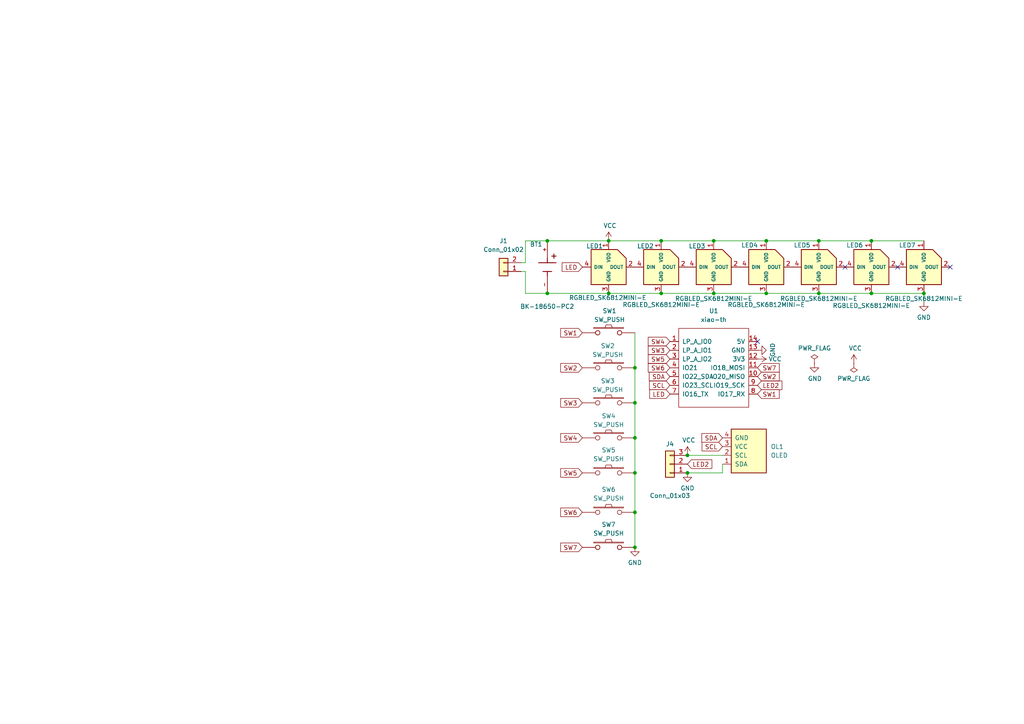
<source format=kicad_sch>
(kicad_sch (version 20231120) (generator "eeschema") (generator_version "8.0")
  (paper "A4")
  (lib_symbols
    (symbol "00:OLED" (pin_names (offset 1.016))
      (property "Reference" "OL1" (at 6.35 1.2701 0))
      (property "Value" "OLED" (at 6.35 -1.2699 0))
      (symbol "OLED_0_1"
        (rectangle (start -5.08 6.35) (end 5.08 -6.35) (stroke (width 0.254)) (fill (type background)))
      )
      (symbol "OLED_1_1"
        (pin bidirectional line (at -7.62 -3.81 0) (length 2.54) (name "SDA") (number "1"))
        (pin bidirectional line (at -7.62 -1.27 0) (length 2.54) (name "SCL") (number "2"))
        (pin power_in line (at -7.62 1.27 0) (length 2.54) (name "VCC") (number "3"))
        (pin power_in line (at -7.62 3.81 0) (length 2.54) (name "GND") (number "4"))
      )
    )
    (symbol "00:RGBLED_SK6812MINI-E" (pin_names (offset 0.762))
      (property "Reference" "LED" (at 3.81 -6.35 0))
      (property "Value" "RGBLED_SK6812MINI-E" (at 3.81 -8.89 0))
      (symbol "RGBLED_SK6812MINI-E_0_1"
        (polyline (pts (xy -5.08 5.08) (xy 2.54 5.08) (xy 5.08 2.54) (xy 5.08 -5.08) (xy -5.08 -5.08) (xy -5.08 5.08)) (stroke (width 0.254)) (fill (type background)))
      )
      (symbol "RGBLED_SK6812MINI-E_1_1"
        (pin power_in line (at 0 7.62 270) (length 2.54) (name "VDD") (number "1"))
        (pin output line (at 7.62 0 180) (length 2.54) (name "DOUT") (number "2"))
        (pin power_in line (at 0 -7.62 90) (length 2.54) (name "GND") (number "3"))
        (pin input line (at -7.62 0 0) (length 2.54) (name "DIN") (number "4"))
      )
    )
    (symbol "00:SW_PUSH" (pin_numbers hide) (pin_names (offset 1.016) hide)
      (property "Reference" "SW" (at 3.81 2.794 0))
      (property "Value" "SW_PUSH" (at 0 -2.032 0))
      (symbol "SW_PUSH_0_1"
        (rectangle (start -4.318 1.27) (end 4.318 1.524))
        (polyline (pts (xy -1.016 1.524) (xy -0.762 2.286) (xy 0.762 2.286) (xy 1.016 1.524)))
        (pin passive inverted (at -7.62 0 0) (length 5.08) (name "1") (number "1"))
        (pin passive inverted (at 7.62 0 180) (length 5.08) (name "2") (number "2"))
      )
    )
    (symbol "00:xiao_th" (pin_names (offset 1.016))
      (property "Reference" "U1" (at 0 16.51 0))
      (property "Value" "xiao-th" (at 0 13.97 0))
      (symbol "xiao_th_0_1"
        (rectangle (start -10.16 11.43) (end 10.16 -11.43))
      )
      (symbol "xiao_th_1_1"
        (pin bidirectional line (at -12.7 7.62 0) (length 2.54) (name "LP_A_IO0") (number "1"))
        (pin bidirectional line (at 12.7 -2.54 180) (length 2.54) (name "IO20_MISO") (number "10"))
        (pin bidirectional line (at 12.7 0 180) (length 2.54) (name "IO18_MOSI") (number "11"))
        (pin power_out line (at 12.7 2.54 180) (length 2.54) (name "3V3") (number "12"))
        (pin power_out line (at 12.7 5.08 180) (length 2.54) (name "GND") (number "13"))
        (pin power_out line (at 12.7 7.62 180) (length 2.54) (name "5V") (number "14"))
        (pin bidirectional line (at -12.7 5.08 0) (length 2.54) (name "LP_A_IO1") (number "2"))
        (pin bidirectional line (at -12.7 2.54 0) (length 2.54) (name "LP_A_IO2") (number "3"))
        (pin bidirectional line (at -12.7 0 0) (length 2.54) (name "IO21") (number "4"))
        (pin bidirectional line (at -12.7 -2.54 0) (length 2.54) (name "IO22_SDA") (number "5"))
        (pin bidirectional line (at -12.7 -5.08 0) (length 2.54) (name "IO23_SCL") (number "6"))
        (pin bidirectional line (at -12.7 -7.62 0) (length 2.54) (name "IO16_TX") (number "7"))
        (pin bidirectional line (at 12.7 -7.62 180) (length 2.54) (name "IO17_RX") (number "8"))
        (pin bidirectional line (at 12.7 -5.08 180) (length 2.54) (name "IO19_SCK") (number "9"))
      )
    )
    (symbol "02:BK-18650-PC2" (pin_names (offset 1.016))
      (property "Reference" "BT" (at -3.81 3.81 0))
      (property "Value" "BK-18650-PC2" (at -3.81 -5.08 0))
      (symbol "BK-18650-PC2_0_0"
        (polyline (pts (xy -3.81 1.905) (xy -2.54 1.905)) (stroke (width 0.254)))
        (polyline (pts (xy -3.175 2.54) (xy -3.175 1.27)) (stroke (width 0.254)))
        (polyline (pts (xy -1.27 0) (xy -2.54 0)) (stroke (width 0.254)))
        (polyline (pts (xy -1.27 0) (xy -1.27 -2.54)) (stroke (width 0.254)))
        (polyline (pts (xy -1.27 2.54) (xy -1.27 0)) (stroke (width 0.254)))
        (polyline (pts (xy 1.27 0) (xy 1.27 -1.27)) (stroke (width 0.254)))
        (polyline (pts (xy 1.27 0) (xy 2.54 0)) (stroke (width 0.254)))
        (polyline (pts (xy 1.27 1.27) (xy 1.27 0)) (stroke (width 0.254)))
        (pin passive line (at -7.62 0 0) (length 5.08) (name "~") (number "+"))
        (pin passive line (at 7.62 0 180) (length 5.08) (name "~") (number "-"))
      )
    )
    (symbol "Connector_Generic:Conn_01x02" (pin_names (offset 1.016) hide)
      (property "Reference" "J" (at 0 2.54 0))
      (property "Value" "Conn_01x02" (at 0 -5.08 0))
      (symbol "Conn_01x02_1_1"
        (rectangle (start -1.27 -2.413) (end 0 -2.667) (stroke (width 0.1524)))
        (rectangle (start -1.27 0.127) (end 0 -0.127) (stroke (width 0.1524)))
        (rectangle (start -1.27 1.27) (end 1.27 -3.81) (stroke (width 0.254)) (fill (type background)))
        (pin passive line (at -5.08 0 0) (length 3.81) (name "Pin_1") (number "1"))
        (pin passive line (at -5.08 -2.54 0) (length 3.81) (name "Pin_2") (number "2"))
      )
    )
    (symbol "Connector_Generic:Conn_01x03" (pin_names (offset 1.016) hide)
      (property "Reference" "J" (at 0 5.08 0))
      (property "Value" "Conn_01x03" (at 0 -5.08 0))
      (symbol "Conn_01x03_1_1"
        (rectangle (start -1.27 -2.413) (end 0 -2.667) (stroke (width 0.1524)))
        (rectangle (start -1.27 0.127) (end 0 -0.127) (stroke (width 0.1524)))
        (rectangle (start -1.27 2.667) (end 0 2.413) (stroke (width 0.1524)))
        (rectangle (start -1.27 3.81) (end 1.27 -3.81) (stroke (width 0.254)) (fill (type background)))
        (pin passive line (at -5.08 2.54 0) (length 3.81) (name "Pin_1") (number "1"))
        (pin passive line (at -5.08 0 0) (length 3.81) (name "Pin_2") (number "2"))
        (pin passive line (at -5.08 -2.54 0) (length 3.81) (name "Pin_3") (number "3"))
      )
    )
    (symbol "power:GND" (power) (pin_names (offset 0))
      (property "Value" "GND" (at 0 -3.81 0))
      (symbol "GND_0_1"
        (polyline (pts (xy 0 0) (xy 0 -1.27) (xy 1.27 -1.27) (xy 0 -2.54) (xy -1.27 -1.27) (xy 0 -1.27)))
      )
      (symbol "GND_1_1"
        (pin power_in line (at 0 0 270) (length 0) hide (name "GND") (number "1"))
      )
    )
    (symbol "power:PWR_FLAG" (power) (pin_numbers hide) (pin_names (offset 0) hide)
      (property "Value" "PWR_FLAG" (at 0 3.81 0))
      (symbol "PWR_FLAG_0_0"
        (pin power_out line (at 0 0 90) (length 0) (name "pwr") (number "1"))
      )
      (symbol "PWR_FLAG_0_1"
        (polyline (pts (xy 0 0) (xy 0 1.27) (xy -1.016 1.905) (xy 0 2.54) (xy 1.016 1.905) (xy 0 1.27)))
      )
    )
    (symbol "power:VCC" (power) (pin_names (offset 0))
      (property "Value" "VCC" (at 0 3.81 0))
      (symbol "VCC_0_1"
        (polyline (pts (xy -0.762 1.27) (xy 0 2.54)))
        (polyline (pts (xy 0 0) (xy 0 2.54)))
        (polyline (pts (xy 0 2.54) (xy 0.762 1.27)))
      )
      (symbol "VCC_1_1"
        (pin power_in line (at 0 0 90) (length 0) hide (name "VCC") (number "1"))
      )
    )
  )
  (junction (at 191.77 85.09))
  (junction (at 184.15 158.75))
  (junction (at 252.73 85.09))
  (junction (at 176.53 85.09))
  (junction (at 222.25 69.85))
  (junction (at 267.97 85.09))
  (junction (at 184.15 137.16))
  (junction (at 184.15 106.68))
  (junction (at 184.15 127))
  (junction (at 158.75 85.09))
  (junction (at 184.15 148.59))
  (junction (at 191.77 69.85))
  (junction (at 199.39 137.16))
  (junction (at 237.49 85.09))
  (junction (at 158.75 69.85))
  (junction (at 252.73 69.85))
  (junction (at 207.01 85.09))
  (junction (at 176.53 69.85))
  (junction (at 237.49 69.85))
  (junction (at 222.25 85.09))
  (junction (at 199.39 132.08))
  (junction (at 207.01 69.85))
  (junction (at 184.15 116.84))
  (no_connect (at 245.11 77.47))
  (no_connect (at 275.59 77.47))
  (no_connect (at 260.35 77.47))
  (no_connect (at 219.71 99.06))
  (wire (pts (xy 209.55 137.16) (xy 199.39 137.16)))
  (wire (pts (xy 184.15 127) (xy 184.15 137.16)))
  (wire (pts (xy 151.13 76.2) (xy 152.4 76.2)))
  (wire (pts (xy 199.39 132.08) (xy 209.55 132.08)))
  (wire (pts (xy 176.53 69.85) (xy 191.77 69.85)))
  (wire (pts (xy 184.15 116.84) (xy 184.15 127)))
  (wire (pts (xy 176.53 85.09) (xy 191.77 85.09)))
  (wire (pts (xy 184.15 137.16) (xy 184.15 148.59)))
  (wire (pts (xy 158.75 85.09) (xy 176.53 85.09)))
  (wire (pts (xy 158.75 69.85) (xy 176.53 69.85)))
  (wire (pts (xy 152.4 78.74) (xy 152.4 85.09)))
  (wire (pts (xy 152.4 69.85) (xy 158.75 69.85)))
  (wire (pts (xy 222.25 69.85) (xy 237.49 69.85)))
  (wire (pts (xy 152.4 76.2) (xy 152.4 69.85)))
  (wire (pts (xy 184.15 148.59) (xy 184.15 158.75)))
  (wire (pts (xy 237.49 85.09) (xy 252.73 85.09)))
  (wire (pts (xy 237.49 69.85) (xy 252.73 69.85)))
  (wire (pts (xy 252.73 69.85) (xy 267.97 69.85)))
  (wire (pts (xy 191.77 85.09) (xy 207.01 85.09)))
  (wire (pts (xy 191.77 69.85) (xy 207.01 69.85)))
  (wire (pts (xy 209.55 134.62) (xy 209.55 137.16)))
  (wire (pts (xy 152.4 85.09) (xy 158.75 85.09)))
  (wire (pts (xy 207.01 85.09) (xy 222.25 85.09)))
  (wire (pts (xy 151.13 78.74) (xy 152.4 78.74)))
  (wire (pts (xy 267.97 85.09) (xy 267.97 87.63)))
  (wire (pts (xy 207.01 69.85) (xy 222.25 69.85)))
  (wire (pts (xy 184.15 96.52) (xy 184.15 106.68)))
  (wire (pts (xy 184.15 106.68) (xy 184.15 116.84)))
  (wire (pts (xy 222.25 85.09) (xy 237.49 85.09)))
  (wire (pts (xy 252.73 85.09) (xy 267.97 85.09)))
  (global_label "SW6" (shape input) (at 168.91 148.59 180) (property "Intersheetrefs" "${INTERSHEET_REFS}" (effects (hide yes))))
  (global_label "SW4" (shape input) (at 168.91 127 180) (property "Intersheetrefs" "${INTERSHEET_REFS}" (effects (hide yes))))
  (global_label "SW4" (shape input) (at 194.31 99.06 180) (property "Intersheetrefs" "${INTERSHEET_REFS}" (effects (hide yes))))
  (global_label "SW3" (shape input) (at 168.91 116.84 180) (property "Intersheetrefs" "${INTERSHEET_REFS}" (effects (hide yes))))
  (global_label "SW2" (shape input) (at 168.91 106.68 180) (property "Intersheetrefs" "${INTERSHEET_REFS}" (effects (hide yes))))
  (global_label "SW2" (shape input) (at 219.71 109.22 0) (property "Intersheetrefs" "${INTERSHEET_REFS}" (effects (hide yes))))
  (global_label "LED2" (shape input) (at 219.71 111.76 0) (property "Intersheetrefs" "${INTERSHEET_REFS}" (effects (hide yes))))
  (global_label "SCL" (shape input) (at 194.31 111.76 180) (property "Intersheetrefs" "${INTERSHEET_REFS}" (effects (hide yes))))
  (global_label "SDA" (shape input) (at 209.55 127 180) (property "Intersheetrefs" "${INTERSHEET_REFS}" (effects (hide yes))))
  (global_label "SCL" (shape input) (at 209.55 129.54 180) (property "Intersheetrefs" "${INTERSHEET_REFS}" (effects (hide yes))))
  (global_label "SW1" (shape input) (at 219.71 114.3 0) (property "Intersheetrefs" "${INTERSHEET_REFS}" (effects (hide yes))))
  (global_label "SW5" (shape input) (at 168.91 137.16 180) (property "Intersheetrefs" "${INTERSHEET_REFS}" (effects (hide yes))))
  (global_label "SW1" (shape input) (at 168.91 96.52 180) (property "Intersheetrefs" "${INTERSHEET_REFS}" (effects (hide yes))))
  (global_label "SW3" (shape input) (at 194.31 101.6 180) (property "Intersheetrefs" "${INTERSHEET_REFS}" (effects (hide yes))))
  (global_label "SW7" (shape input) (at 219.71 106.68 0) (property "Intersheetrefs" "${INTERSHEET_REFS}" (effects (hide yes))))
  (global_label "SW5" (shape input) (at 194.31 104.14 180) (property "Intersheetrefs" "${INTERSHEET_REFS}" (effects (hide yes))))
  (global_label "SW6" (shape input) (at 194.31 106.68 180) (property "Intersheetrefs" "${INTERSHEET_REFS}" (effects (hide yes))))
  (global_label "LED" (shape input) (at 194.31 114.3 180) (property "Intersheetrefs" "${INTERSHEET_REFS}" (effects (hide yes))))
  (global_label "LED2" (shape input) (at 199.39 134.62 0) (property "Intersheetrefs" "${INTERSHEET_REFS}" (effects (hide yes))))
  (global_label "SW7" (shape input) (at 168.91 158.75 180) (property "Intersheetrefs" "${INTERSHEET_REFS}" (effects (hide yes))))
  (global_label "SDA" (shape input) (at 194.31 109.22 180) (property "Intersheetrefs" "${INTERSHEET_REFS}" (effects (hide yes))))
  (global_label "LED" (shape input) (at 168.91 77.47 180) (property "Intersheetrefs" "${INTERSHEET_REFS}" (effects (hide yes))))
  (symbol (lib_id "00:SW_PUSH") (at 176.53 106.68 0) (unit 1)
    (property "Reference" "SW2" (at 176.276 100.33 0))
    (property "Value" "SW_PUSH" (at 176.276 102.87 0))
    (property "Footprint" "05kbd_SW_PCBA.pretty:Choc_v2_Hotswap_1u_16_3D" (effects (hide yes)))
  )
  (symbol (lib_id "00:OLED") (at 217.17 130.81 0) (unit 1)
    (property "Reference" "OL1" (at 223.52 129.5399 0) (effects (justify left)))
    (property "Value" "OLED" (at 223.52 132.0799 0) (effects (justify left)))
    (property "Footprint" "07:MODULE_DM-OLED096-636" (effects (hide yes)))
  )
  (symbol (lib_id "00:RGBLED_SK6812MINI-E") (at 191.77 77.47 0) (unit 1)
    (property "Reference" "LED2" (at 187.198 71.374 0))
    (property "Value" "RGBLED_SK6812MINI-E" (at 191.77 88.392 0))
    (property "Footprint" "00Lib:SK6812MINI-E-backside3D" (effects (hide yes)))
  )
  (symbol (lib_id "00:SW_PUSH") (at 176.53 148.59 0) (unit 1)
    (property "Reference" "SW6" (at 176.53 141.986 0))
    (property "Value" "SW_PUSH" (at 176.53 144.526 0))
    (property "Footprint" "05kbd_SW_PCBA.pretty:Choc_v2_Hotswap_1u_16_3D" (effects (hide yes)))
  )
  (symbol (lib_id "power:VCC") (at 199.39 132.08 0) (unit 1)
    (property "Reference" "#PWR013" (effects (hide yes)))
    (property "Value" "VCC" (at 199.771 127.6858 0))
  )
  (symbol (lib_id "power:PWR_FLAG") (at 247.65 105.41 180) (unit 1)
    (property "Reference" "#FLG02" (effects (hide yes)))
    (property "Value" "PWR_FLAG" (at 247.65 109.8042 0))
  )
  (symbol (lib_id "power:GND") (at 199.39 137.16 0) (unit 1)
    (property "Reference" "#PWR012" (effects (hide yes)))
    (property "Value" "GND" (at 199.39 141.605 0))
  )
  (symbol (lib_id "00:RGBLED_SK6812MINI-E") (at 176.53 77.47 0) (unit 1)
    (property "Reference" "LED1" (at 172.466 71.374 0))
    (property "Value" "RGBLED_SK6812MINI-E" (at 176.276 86.36 0))
    (property "Footprint" "00Lib:SK6812MINI-E-backside3D" (effects (hide yes)))
  )
  (symbol (lib_id "power:GND") (at 219.71 101.6 90) (unit 1)
    (property "Reference" "#PWR02" (effects (hide yes)))
    (property "Value" "GND" (at 224.1042 101.473 0))
  )
  (symbol (lib_id "00:SW_PUSH") (at 176.53 96.52 0) (unit 1)
    (property "Reference" "SW1" (at 176.784 90.17 0))
    (property "Value" "SW_PUSH" (at 176.784 92.71 0))
    (property "Footprint" "05kbd_SW_PCBA.pretty:Choc_v2_Hotswap_1u_16_3D" (effects (hide yes)))
  )
  (symbol (lib_id "00:SW_PUSH") (at 176.53 137.16 0) (unit 1)
    (property "Reference" "SW5" (at 176.53 130.556 0))
    (property "Value" "SW_PUSH" (at 176.53 133.096 0))
    (property "Footprint" "05kbd_SW_PCBA.pretty:Choc_v2_Hotswap_1u_16_3D" (effects (hide yes)))
  )
  (symbol (lib_id "power:GND") (at 267.97 87.63 0) (mirror y) (unit 1)
    (property "Reference" "#PWR09" (effects (hide yes)))
    (property "Value" "GND" (at 267.97 92.075 0))
  )
  (symbol (lib_id "power:PWR_FLAG") (at 236.22 105.41 0) (unit 1)
    (property "Reference" "#FLG01" (effects (hide yes)))
    (property "Value" "PWR_FLAG" (at 236.22 100.9904 0))
  )
  (symbol (lib_id "00:RGBLED_SK6812MINI-E") (at 207.01 77.47 0) (unit 1)
    (property "Reference" "LED3" (at 202.184 71.374 0))
    (property "Value" "RGBLED_SK6812MINI-E" (at 207.01 86.614 0))
    (property "Footprint" "00Lib:SK6812MINI-E-backside3D" (effects (hide yes)))
  )
  (symbol (lib_id "00:SW_PUSH") (at 176.53 116.84 0) (unit 1)
    (property "Reference" "SW3" (at 176.276 110.49 0))
    (property "Value" "SW_PUSH" (at 176.276 113.03 0))
    (property "Footprint" "05kbd_SW_PCBA.pretty:Choc_v2_Hotswap_1u_16_3D" (effects (hide yes)))
  )
  (symbol (lib_id "00:RGBLED_SK6812MINI-E") (at 222.25 77.47 0) (unit 1)
    (property "Reference" "LED4" (at 217.424 71.12 0))
    (property "Value" "RGBLED_SK6812MINI-E" (at 222.25 88.392 0))
    (property "Footprint" "00Lib:SK6812MINI-E-backside3D" (effects (hide yes)))
  )
  (symbol (lib_id "00:RGBLED_SK6812MINI-E") (at 267.97 77.47 0) (unit 1)
    (property "Reference" "LED7" (at 263.144 71.12 0))
    (property "Value" "RGBLED_SK6812MINI-E" (at 267.97 86.614 0))
    (property "Footprint" "00Lib:SK6812MINI-E-backside3D" (effects (hide yes)))
  )
  (symbol (lib_id "00:RGBLED_SK6812MINI-E") (at 252.73 77.47 0) (unit 1)
    (property "Reference" "LED6" (at 247.904 71.12 0))
    (property "Value" "RGBLED_SK6812MINI-E" (at 252.73 88.646 0))
    (property "Footprint" "00Lib:SK6812MINI-E-backside3D" (effects (hide yes)))
  )
  (symbol (lib_id "power:VCC") (at 176.53 69.85 0) (unit 1)
    (property "Reference" "#PWR010" (effects (hide yes)))
    (property "Value" "VCC" (at 176.911 65.4558 0))
  )
  (symbol (lib_id "power:VCC") (at 247.65 105.41 0) (unit 1)
    (property "Reference" "#PWR04" (effects (hide yes)))
    (property "Value" "VCC" (at 248.0818 101.0158 0))
  )
  (symbol (lib_id "00:SW_PUSH") (at 176.53 127 0) (unit 1)
    (property "Reference" "SW4" (at 176.53 120.65 0))
    (property "Value" "SW_PUSH" (at 176.53 123.19 0))
    (property "Footprint" "05kbd_SW_PCBA.pretty:Choc_v2_Hotswap_1u_16_3D" (effects (hide yes)))
  )
  (symbol (lib_id "Connector_Generic:Conn_01x02") (at 146.05 78.74 180) (unit 1)
    (property "Reference" "J1" (at 146.05 69.85 0))
    (property "Value" "Conn_01x02" (at 146.05 72.39 0))
    (property "Footprint" "Connector_JST:JST_PH_S2B-PH-K_1x02_P2.00mm_Horizontal" (effects (hide yes)))
    (property "Description" "Generic connector, single row, 01x02, script generated (kicad-library-utils/schlib/autogen/connector/)" (effects (hide yes)))
  )
  (symbol (lib_id "power:GND") (at 236.22 105.41 0) (unit 1)
    (property "Reference" "#PWR03" (effects (hide yes)))
    (property "Value" "GND" (at 236.347 109.8042 0))
  )
  (symbol (lib_id "power:GND") (at 184.15 158.75 0) (unit 1)
    (property "Reference" "#PWR08" (effects (hide yes)))
    (property "Value" "GND" (at 184.15 163.195 0))
  )
  (symbol (lib_id "00:xiao_th") (at 207.01 106.68 0) (unit 1)
    (property "Reference" "U1" (at 207.01 90.17 0))
    (property "Value" "xiao-th" (at 207.01 92.71 0))
    (property "Footprint" "kbd_Parts:Micon_XIAO_TH3D" (effects (hide yes)))
  )
  (symbol (lib_id "02:BK-18650-PC2") (at 158.75 77.47 270) (unit 1)
    (property "Reference" "BT1" (at 153.67 70.866 90) (effects (justify left)))
    (property "Value" "BK-18650-PC2" (at 150.876 88.9 90) (effects (justify left)))
    (property "Footprint" "06:BAT_BK-18650-PC2" (effects (hide yes)))
    (property "MF" "MPD (Memory" (effects (hide yes)))
    (property "MAXIMUM_PACKAGE_HEIGHT" "21.41 mm" (effects (hide yes)))
    (property "Package" "DFN-14 MPD (Memory Protection Devices)" (effects (hide yes)))
    (property "Price" "None" (effects (hide yes)))
    (property "Check_prices" "https://www.snapeda.com/parts/BK-18650-PC2/MPD/view-part/?ref=eda" (effects (hide yes)))
    (property "STANDARD" "Manufacturer Recommendations" (effects (hide yes)))
    (property "PARTREV" "F" (effects (hide yes)))
    (property "SnapEDA_Link" "https://www.snapeda.com/parts/BK-18650-PC2/MPD/view-part/?ref=snap" (effects (hide yes)))
    (property "MP" "BK-18650-PC2" (effects (hide yes)))
    (property "Description_1" "\n                        \n                            Battery Holder (Open) 18650 1 Cell PC Pin\n                        \n" (effects (hide yes)))
    (property "Availability" "In Stock" (effects (hide yes)))
    (property "MANUFACTURER" "MPD" (effects (hide yes)))
  )
  (symbol (lib_id "power:VCC") (at 219.71 104.14 270) (unit 1)
    (property "Reference" "#PWR01" (effects (hide yes)))
    (property "Value" "VCC" (at 222.885 104.1399 90) (effects (justify left)))
  )
  (symbol (lib_id "00:SW_PUSH") (at 176.53 158.75 0) (unit 1)
    (property "Reference" "SW7" (at 176.53 152.146 0))
    (property "Value" "SW_PUSH" (at 176.53 154.686 0))
    (property "Footprint" "05kbd_SW_PCBA.pretty:Choc_v2_Hotswap_1u_16_3D" (effects (hide yes)))
  )
  (symbol (lib_id "00:RGBLED_SK6812MINI-E") (at 237.49 77.47 0) (unit 1)
    (property "Reference" "LED5" (at 232.664 71.12 0))
    (property "Value" "RGBLED_SK6812MINI-E" (at 237.49 86.614 0))
    (property "Footprint" "00Lib:SK6812MINI-E-backside3D" (effects (hide yes)))
  )
  (symbol (lib_id "Connector_Generic:Conn_01x03") (at 194.31 134.62 180) (unit 1)
    (property "Reference" "J4" (at 194.31 128.778 0))
    (property "Value" "Conn_01x03" (at 194.31 143.764 0))
    (property "Footprint" "Connector_JST:JST_PH_S3B-PH-K_1x03_P2.00mm_Horizontal" (effects (hide yes)))
  )
)
</source>
